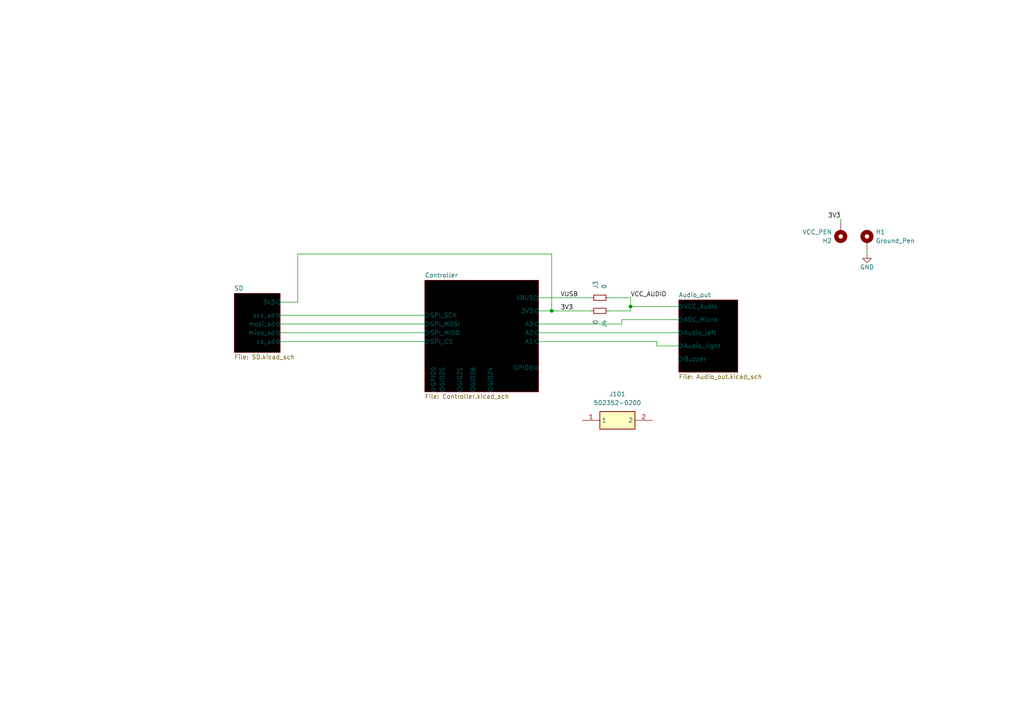
<source format=kicad_sch>
(kicad_sch (version 20231120) (generator "eeschema") (generator_version "8.0")
  (paper "A4")
  (lib_symbols
    (symbol "Device:R_Small" (pin_numbers hide) (pin_names (offset 0.254) hide)
      (property "Reference" "R" (at 0.762 0.508 0))
      (property "Value" "R_Small" (at 0.762 -1.016 0))
      (symbol "R_Small_0_1"
        (rectangle (start -0.762 1.778) (end 0.762 -1.778) (stroke (width 0.2032)))
      )
      (symbol "R_Small_1_1"
        (pin passive line (at 0 2.54 270) (length 0.762) (name "~") (number "1"))
        (pin passive line (at 0 -2.54 90) (length 0.762) (name "~") (number "2"))
      )
    )
    (symbol "Mechanical:MountingHole_Pad" (pin_numbers hide) (pin_names (offset 1.016) hide) (exclude_from_sim yes) (in_bom no)
      (property "Reference" "H" (at 0 6.35 0))
      (property "Value" "MountingHole_Pad" (at 0 4.445 0))
      (symbol "MountingHole_Pad_0_1"
        (circle (center 0 1.27) (radius 1.27) (stroke (width 1.27)))
      )
      (symbol "MountingHole_Pad_1_1"
        (pin input line (at 0 -2.54 90) (length 2.54) (name "1") (number "1"))
      )
    )
    (symbol "SamacSys_Parts:502352-0200"
      (property "Reference" "J" (at 16.51 7.62 0))
      (property "Value" "502352-0200" (at 16.51 5.08 0))
      (symbol "502352-0200_1_1"
        (rectangle (start 5.08 2.54) (end 15.24 -2.54) (stroke (width 0.254)) (fill (type background)))
        (pin passive line (at 0 0 0) (length 5.08) (name "1") (number "1"))
        (pin passive line (at 20.32 0 180) (length 5.08) (name "2") (number "2"))
      )
    )
    (symbol "SymbolsBalloonv4:GND" (power) (pin_numbers hide) (pin_names (offset 0) hide)
      (property "Value" "GND" (at 0 -3.81 0))
      (symbol "GND_0_1"
        (polyline (pts (xy 0 0) (xy 0 -1.27) (xy 1.27 -1.27) (xy 0 -2.54) (xy -1.27 -1.27) (xy 0 -1.27)))
      )
      (symbol "GND_1_1"
        (pin power_in line (at 0 0 270) (length 0) (name "~") (number "1"))
      )
    )
  )
  (junction (at 182.88 88.9))
  (junction (at 160.02 90.17))
  (wire (pts (xy 81.28 93.98) (xy 123.19 93.98)))
  (wire (pts (xy 180.34 92.71) (xy 196.85 92.71)))
  (wire (pts (xy 182.88 90.17) (xy 182.88 88.9)))
  (wire (pts (xy 160.02 73.66) (xy 86.36 73.66)))
  (wire (pts (xy 190.5 99.06) (xy 190.5 100.33)))
  (wire (pts (xy 156.21 90.17) (xy 160.02 90.17)))
  (wire (pts (xy 86.36 87.63) (xy 81.28 87.63)))
  (wire (pts (xy 190.5 100.33) (xy 196.85 100.33)))
  (wire (pts (xy 176.53 86.36) (xy 182.88 86.36)))
  (wire (pts (xy 243.84 63.5) (xy 243.84 64.77)))
  (wire (pts (xy 182.88 88.9) (xy 196.85 88.9)))
  (wire (pts (xy 251.46 73.66) (xy 251.46 72.39)))
  (wire (pts (xy 81.28 99.06) (xy 123.19 99.06)))
  (wire (pts (xy 156.21 86.36) (xy 171.45 86.36)))
  (wire (pts (xy 156.21 96.52) (xy 196.85 96.52)))
  (wire (pts (xy 182.88 90.17) (xy 176.53 90.17)))
  (wire (pts (xy 160.02 90.17) (xy 171.45 90.17)))
  (wire (pts (xy 156.21 99.06) (xy 190.5 99.06)))
  (wire (pts (xy 160.02 90.17) (xy 160.02 73.66)))
  (wire (pts (xy 180.34 93.98) (xy 180.34 92.71)))
  (wire (pts (xy 86.36 73.66) (xy 86.36 87.63)))
  (wire (pts (xy 156.21 93.98) (xy 180.34 93.98)))
  (wire (pts (xy 182.88 86.36) (xy 182.88 88.9)))
  (wire (pts (xy 81.28 96.52) (xy 123.19 96.52)))
  (wire (pts (xy 81.28 91.44) (xy 123.19 91.44)))
  (label "3V3" (at 243.84 63.5 180))
  (label "3V3" (at 162.56 90.17 0))
  (label "VCC_AUDIO" (at 182.88 86.36 0))
  (label "VUSB" (at 162.56 86.36 0))
  (symbol (lib_id "SymbolsBalloonv4:GND") (at 251.46 73.66 0) (unit 1)
    (property "Reference" "#PWR01" (effects (hide yes)))
    (property "Value" "GND" (at 251.46 77.47 0))
    (property "Description" "Power symbol creates a global label with name \"GND\" , ground" (effects (hide yes)))
  )
  (symbol (lib_id "Mechanical:MountingHole_Pad") (at 251.46 69.85 0) (unit 1) (exclude_from_sim yes) (in_bom no)
    (property "Reference" "H1" (at 254 67.3099 0) (effects (justify left)))
    (property "Value" "Ground_Pen" (at 254 69.8499 0) (effects (justify left)))
    (property "Footprint" "MountingHole:MountingHole_3.2mm_M3_Pad_Via" (effects (hide yes)))
    (property "Description" "Mounting Hole with connection" (effects (hide yes)))
  )
  (symbol (lib_id "SamacSys_Parts:502352-0200") (at 168.91 121.92 0) (unit 1)
    (property "Reference" "J101" (at 179.07 114.3 0))
    (property "Value" "502352-0200" (at 179.07 116.84 0))
    (property "Footprint" "5023520200" (effects (hide yes)))
    (property "Datasheet" "https://www.molex.com/pdm_docs/sd/5023520200_sd.pdf" (effects (hide yes)))
    (property "Description" "Molex DURACLIK 502352, 2mm Pitch, 2 Way, 1 Row, Right Angle PCB Header, Surface Mount" (effects (hide yes)))
    (property "Mouser Part Number" "538-502352-0200" (effects (hide yes)))
    (property "Mouser Price/Stock" "https://www.mouser.co.uk/ProductDetail/Molex/502352-0200?qs=cPOO8qjhL6OPJnOOkJoW%252Bw%3D%3D" (effects (hide yes)))
    (property "Manufacturer_Name" "Molex" (effects (hide yes)))
    (property "Manufacturer_Part_Number" "502352-0200" (effects (hide yes)))
  )
  (symbol (lib_id "Device:R_Small") (at 173.99 86.36 270) (unit 1)
    (property "Reference" "J3" (at 172.7199 83.82 0) (effects (justify right)))
    (property "Value" "0" (at 175.2599 83.82 0) (effects (justify right)))
    (property "Footprint" "Resistor_SMD:R_0603_1608Metric" (effects (hide yes)))
    (property "Description" "Resistor, small symbol" (effects (hide yes)))
  )
  (symbol (lib_id "Device:R_Small") (at 173.99 90.17 90) (unit 1)
    (property "Reference" "J4" (at 175.2601 92.71 0) (effects (justify right)))
    (property "Value" "0" (at 172.7201 92.71 0) (effects (justify right)))
    (property "Footprint" "Resistor_SMD:R_0603_1608Metric" (effects (hide yes)))
    (property "Description" "Resistor, small symbol" (effects (hide yes)))
  )
  (symbol (lib_id "Mechanical:MountingHole_Pad") (at 243.84 67.31 180) (unit 1) (exclude_from_sim yes) (in_bom no)
    (property "Reference" "H2" (at 241.3 69.8501 0) (effects (justify left)))
    (property "Value" "VCC_PEN" (at 241.3 67.3101 0) (effects (justify left)))
    (property "Footprint" "MountingHole:MountingHole_3.2mm_M3_Pad_Via" (effects (hide yes)))
    (property "Description" "Mounting Hole with connection" (effects (hide yes)))
  )
  (sheet (at 123.19 81.28) (size 33.02 32.385) (stroke (width 0.1524)) (fill (color 0 0 0 1.0000))
    (property "Sheetname" "Controller" (at 123.19 80.5684 0) (effects (justify left bottom)))
    (property "Sheetfile" "Controller.kicad_sch" (at 123.19 114.2496 0) (effects (justify left top)))
    (pin "VBUS" output (at 156.21 86.36 0))
    (pin "3V3" input (at 156.21 90.17 0))
    (pin "GPIO1" bidirectional (at 156.21 106.68 0))
    (pin "A1" input (at 156.21 99.06 0))
    (pin "A2" input (at 156.21 96.52 0))
    (pin "A3" input (at 156.21 93.98 0))
    (pin "GIO24" output (at 142.24 113.665 270))
    (pin "GIO26" output (at 137.16 113.665 270))
    (pin "GIO21" output (at 133.35 113.665 270))
    (pin "GIO25" output (at 128.27 113.665 270))
    (pin "GPIO0" bidirectional (at 125.73 113.665 270))
    (pin "SPI_MISO" input (at 123.19 96.52 180))
    (pin "SPI_SCK" input (at 123.19 91.44 180))
    (pin "SPI_CS" input (at 123.19 99.06 180))
    (pin "SPI_MOSI" input (at 123.19 93.98 180))
  )
  (sheet (at 67.945 85.09) (size 13.335 17.145) (stroke (width 0.1524)) (fill (color 0 0 0 1.0000))
    (property "Sheetname" "SD" (at 67.945 84.3784 0) (effects (justify left bottom)))
    (property "Sheetfile" "SD.kicad_sch" (at 67.945 102.8196 0) (effects (justify left top)))
    (pin "3V3" input (at 81.28 87.63 0))
    (pin "sck_sd" bidirectional (at 81.28 91.44 0))
    (pin "mosi_sd" bidirectional (at 81.28 93.98 0))
    (pin "miso_sd" bidirectional (at 81.28 96.52 0))
    (pin "cs_sd" bidirectional (at 81.28 99.06 0))
  )
  (sheet (at 196.85 86.995) (size 17.145 20.955) (stroke (width 0.1524)) (fill (color 0 0 0 1.0000))
    (property "Sheetname" "Audio_out" (at 196.85 86.2834 0) (effects (justify left bottom)))
    (property "Sheetfile" "Audio_out.kicad_sch" (at 196.85 108.5346 0) (effects (justify left top)))
    (pin "ADC_Micro" input (at 196.85 92.71 180))
    (pin "VCC_Audio" input (at 196.85 88.9 180))
    (pin "Audio_right" input (at 196.85 100.33 180))
    (pin "Buzzer" input (at 196.85 104.14 180))
    (pin "Audio_left" input (at 196.85 96.52 180))
  )
)
</source>
